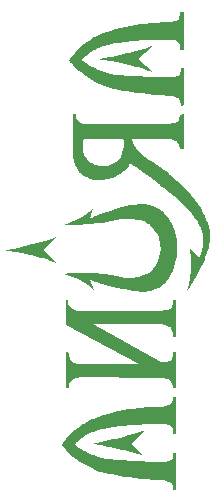
<source format=gbo>
G04*
G04 #@! TF.GenerationSoftware,Altium Limited,Altium Designer,24.0.1 (36)*
G04*
G04 Layer_Color=32896*
%FSLAX25Y25*%
%MOIN*%
G70*
G04*
G04 #@! TF.SameCoordinates,A26AD350-1B62-4F7C-A742-23546F987C93*
G04*
G04*
G04 #@! TF.FilePolarity,Positive*
G04*
G01*
G75*
G36*
X169515Y140931D02*
X170348Y140792D01*
X171042Y140653D01*
X171667Y140514D01*
X172084Y140375D01*
X172431Y140306D01*
X172501Y140236D01*
X173264Y139889D01*
X173959Y139472D01*
X174584Y139056D01*
X175070Y138708D01*
X175486Y138361D01*
X175764Y138084D01*
X175972Y137875D01*
X176042Y137806D01*
X177014Y136625D01*
X177431Y136000D01*
X177708Y135445D01*
X177986Y134959D01*
X178195Y134611D01*
X178333Y134334D01*
X178403Y134264D01*
X178958Y132737D01*
X179167Y132112D01*
X179375Y131487D01*
X179514Y131001D01*
X179583Y130653D01*
X179653Y130376D01*
Y130306D01*
X179861Y128917D01*
X179931Y128293D01*
Y127667D01*
X180000Y127251D01*
Y126557D01*
X179931Y125098D01*
X179861Y124404D01*
X179792Y123848D01*
Y123293D01*
X179722Y122946D01*
X179653Y122668D01*
Y122598D01*
X179306Y121140D01*
X179097Y120446D01*
X178889Y119821D01*
X178681Y119335D01*
X178542Y118918D01*
X178472Y118640D01*
X178403Y118571D01*
X178056Y117807D01*
X177639Y117113D01*
X177292Y116488D01*
X176945Y116002D01*
X176667Y115585D01*
X176389Y115238D01*
X176250Y115029D01*
X176181Y114960D01*
X175625Y114404D01*
X175070Y113918D01*
X174514Y113571D01*
X173959Y113224D01*
X173473Y112946D01*
X173056Y112738D01*
X172778Y112669D01*
X172709Y112599D01*
X171876Y112321D01*
X171042Y112113D01*
X170209Y111974D01*
X169445Y111905D01*
X168820Y111835D01*
X168334D01*
X167987D01*
X167848D01*
X166529Y111974D01*
X165209Y112113D01*
X163890Y112321D01*
X162640Y112599D01*
X161598Y112807D01*
X161112Y112877D01*
X160765Y112946D01*
X160418Y113016D01*
X160210Y113085D01*
X160071Y113155D01*
X160001D01*
X158474Y113502D01*
X157154Y113849D01*
X156113Y114127D01*
X155210Y114404D01*
X154585Y114543D01*
X154168Y114682D01*
X153891Y114821D01*
X153821D01*
X153196Y115029D01*
X152641Y115238D01*
X152155Y115377D01*
X151807Y115515D01*
X151460Y115654D01*
X151252Y115724D01*
X151113Y115793D01*
X151043D01*
X152293Y112460D01*
X151460Y113224D01*
X150627Y113918D01*
X150280Y114196D01*
X150002Y114404D01*
X149863Y114474D01*
X149794Y114543D01*
X148752Y115168D01*
X147919Y115585D01*
X147572Y115793D01*
X147363Y115932D01*
X147224Y116002D01*
X147155D01*
X146183Y116418D01*
X145349Y116696D01*
X145002Y116835D01*
X144725Y116974D01*
X144586Y117043D01*
X144516D01*
X144030Y117182D01*
X143613Y117321D01*
X143336Y117390D01*
X143058Y117460D01*
X142711Y117599D01*
X142641D01*
X142294Y117668D01*
X142086Y117738D01*
X142016Y117807D01*
X142433D01*
X144030Y118015D01*
X145627Y118154D01*
X148821Y118224D01*
X150349Y118154D01*
X151807Y118085D01*
X153127Y118015D01*
X154446Y117877D01*
X155627Y117738D01*
X156738Y117599D01*
X157640Y117390D01*
X158474Y117252D01*
X159099Y117182D01*
X159585Y117043D01*
X159862Y116974D01*
X160001D01*
X161251Y116765D01*
X162432Y116557D01*
X163473Y116488D01*
X164515D01*
X165487Y116557D01*
X166320Y116696D01*
X167154Y116835D01*
X167848Y117043D01*
X168473Y117252D01*
X169028Y117390D01*
X169515Y117599D01*
X169931Y117807D01*
X170209Y117946D01*
X170417Y118085D01*
X170556Y118224D01*
X170626D01*
X171320Y118779D01*
X171876Y119335D01*
X172362Y119960D01*
X172848Y120654D01*
X173542Y121973D01*
X173959Y123293D01*
X174237Y124473D01*
X174306Y125029D01*
X174375Y125445D01*
X174445Y125862D01*
Y126348D01*
X174375Y127320D01*
X174237Y128293D01*
X174098Y129126D01*
X173820Y129959D01*
X173195Y131348D01*
X172431Y132528D01*
X171667Y133362D01*
X171042Y134056D01*
X170765Y134264D01*
X170556Y134403D01*
X170487Y134542D01*
X170417D01*
X169653Y134959D01*
X168820Y135375D01*
X167917Y135653D01*
X167015Y135861D01*
X165209Y136070D01*
X163543Y136139D01*
X162709Y136070D01*
X162015D01*
X161321Y136000D01*
X160765Y135931D01*
X160279Y135861D01*
X159932Y135792D01*
X159723Y135723D01*
X159654D01*
X158057Y135375D01*
X156460Y135167D01*
X154932Y134889D01*
X153613Y134750D01*
X152432Y134611D01*
X151946Y134542D01*
X151530Y134473D01*
X151182D01*
X150974Y134403D01*
X150835D01*
X150766D01*
X149933Y134334D01*
X149169Y134264D01*
X147849Y134125D01*
X146808Y134056D01*
X145974Y133987D01*
X145349Y133917D01*
X144933D01*
X144655D01*
X144586D01*
X144030D01*
X143544D01*
X143127D01*
X142780D01*
X142502D01*
X142294D01*
X142225D01*
X142155D01*
X143961Y134681D01*
X145419Y135375D01*
X146183Y135723D01*
X146877Y136070D01*
X147433Y136417D01*
X147919Y136695D01*
X148196Y136834D01*
X148335Y136903D01*
X149238Y137459D01*
X150002Y137945D01*
X150627Y138431D01*
X151113Y138847D01*
X151530Y139264D01*
X151877Y139542D01*
X152016Y139681D01*
X152085Y139750D01*
X150835Y136209D01*
X150974Y136278D01*
X151252Y136417D01*
X151669Y136556D01*
X152085Y136764D01*
X152571Y136972D01*
X152918Y137181D01*
X153196Y137250D01*
X153335Y137320D01*
X154307Y137736D01*
X155418Y138084D01*
X156529Y138500D01*
X157571Y138847D01*
X158543Y139125D01*
X159307Y139403D01*
X159585Y139472D01*
X159793Y139542D01*
X159932Y139611D01*
X160001D01*
X161529Y140028D01*
X162918Y140306D01*
X164237Y140583D01*
X165348Y140722D01*
X166251Y140861D01*
X166945Y140931D01*
X167223Y141000D01*
X167431D01*
X167501D01*
X167570D01*
X168542D01*
X169515Y140931D01*
D02*
G37*
G36*
X135211Y125723D02*
X139864Y121349D01*
X138822Y121765D01*
X137642Y122182D01*
X136461Y122598D01*
X135350Y122946D01*
X134309Y123223D01*
X133475Y123432D01*
X133128Y123501D01*
X132920Y123571D01*
X132781Y123640D01*
X132711D01*
X131114Y123987D01*
X129725Y124334D01*
X128545Y124612D01*
X127642Y124751D01*
X126948Y124959D01*
X126462Y125029D01*
X126115Y125098D01*
X126045D01*
X125281Y125237D01*
X124656Y125307D01*
X124031Y125376D01*
X123545Y125445D01*
X123198Y125515D01*
X122851Y125584D01*
X122712D01*
X122643D01*
X125628Y126209D01*
X126809Y126487D01*
X128059Y126765D01*
X129239Y127043D01*
X130420Y127320D01*
X131392Y127598D01*
X132225Y127806D01*
X132503Y127876D01*
X132711Y127945D01*
X132850Y128015D01*
X132920D01*
X134447Y128431D01*
X135836Y128848D01*
X137017Y129195D01*
X138058Y129542D01*
X138822Y129820D01*
X139447Y130028D01*
X139794Y130167D01*
X139933Y130237D01*
X135211Y125723D01*
D02*
G37*
G36*
X179653Y96697D02*
X178750D01*
X178681Y97531D01*
X178542Y98225D01*
X178403Y98781D01*
X178264Y99197D01*
X178056Y99544D01*
X177917Y99753D01*
X177847Y99892D01*
X177778Y99961D01*
X177361Y100239D01*
X176875Y100516D01*
X175695Y100864D01*
X175139Y100933D01*
X174723Y101003D01*
X174445Y101072D01*
X174306D01*
X151807D01*
X174514Y88364D01*
X175417Y88434D01*
X176111Y88503D01*
X176736Y88573D01*
X177153Y88712D01*
X177500Y88781D01*
X177778Y88920D01*
X177847Y88989D01*
X177917D01*
X178195Y89267D01*
X178333Y89614D01*
X178611Y90517D01*
X178681Y90934D01*
X178750Y91281D01*
Y91628D01*
X179653D01*
Y79754D01*
X178611D01*
X178542Y80379D01*
X178403Y80934D01*
X178195Y81351D01*
X178056Y81768D01*
X177847Y82045D01*
X177639Y82254D01*
X177570Y82323D01*
X177500Y82393D01*
X177084Y82670D01*
X176528Y82879D01*
X175417Y83087D01*
X174931Y83157D01*
X174514Y83226D01*
X174167D01*
X174098D01*
X147710Y83295D01*
X147085Y83226D01*
X146530Y83157D01*
X146044Y83018D01*
X145627Y82879D01*
X145349Y82740D01*
X145141Y82601D01*
X145002Y82462D01*
X144933D01*
X144586Y82115D01*
X144308Y81698D01*
X143961Y80726D01*
X143822Y80309D01*
Y80032D01*
X143752Y79754D01*
Y79685D01*
X142780Y79823D01*
Y91837D01*
X143752Y91767D01*
X143822Y91073D01*
X143961Y90448D01*
X144099Y89892D01*
X144308Y89406D01*
X144586Y89059D01*
X144863Y88712D01*
X145488Y88226D01*
X146044Y87948D01*
X146599Y87809D01*
X146947Y87739D01*
X147016D01*
X147085D01*
X167362Y87670D01*
X142780Y100864D01*
Y108988D01*
X143613D01*
X143683Y108363D01*
X143752Y107877D01*
X144169Y107044D01*
X144725Y106419D01*
X145349Y105933D01*
X145974Y105655D01*
X146460Y105516D01*
X146877Y105447D01*
X146947D01*
X147016D01*
X174098D01*
X174931Y105516D01*
X175695Y105586D01*
X176320Y105725D01*
X176806Y105863D01*
X177153Y106002D01*
X177431Y106072D01*
X177570Y106211D01*
X177639D01*
X177986Y106558D01*
X178264Y106905D01*
X178403Y107391D01*
X178542Y107877D01*
X178611Y108294D01*
X178681Y108641D01*
Y108988D01*
X179653D01*
Y96697D01*
D02*
G37*
G36*
Y64408D02*
X178611D01*
Y64685D01*
X178542Y64963D01*
Y65449D01*
X178472Y65866D01*
Y66005D01*
X178195Y66630D01*
X177847Y67046D01*
X177570Y67324D01*
X177431Y67394D01*
X177014Y67532D01*
X176528Y67602D01*
X175417Y67671D01*
X174931Y67741D01*
X174514D01*
X174167D01*
X174098D01*
X172848D01*
X171459D01*
X170140Y67671D01*
X168820Y67602D01*
X167640Y67532D01*
X167154D01*
X166667D01*
X166320Y67463D01*
X166043D01*
X165904D01*
X165834D01*
X163959Y67324D01*
X162223Y67116D01*
X160696Y66977D01*
X159376Y66838D01*
X158335Y66699D01*
X157849Y66630D01*
X157501Y66560D01*
X157224D01*
X157015Y66491D01*
X156877D01*
X156807D01*
X155279Y66213D01*
X154654Y66074D01*
X154029Y65866D01*
X153543Y65727D01*
X153196Y65658D01*
X152918Y65519D01*
X152849D01*
X152155Y65241D01*
X151530Y65033D01*
X150974Y64824D01*
X150557Y64616D01*
X150210Y64408D01*
X149933Y64338D01*
X149794Y64199D01*
X149724D01*
X148891Y63644D01*
X148196Y63158D01*
X147919Y62949D01*
X147710Y62811D01*
X147572Y62741D01*
X147502Y62672D01*
X147155Y62394D01*
X146877Y62116D01*
X146460Y61769D01*
X146252Y61630D01*
X146183Y61561D01*
X145835Y61213D01*
X145697Y61075D01*
X146113Y60727D01*
X146460Y60450D01*
X146808Y60172D01*
X147155Y59894D01*
X147224Y59825D01*
X147294D01*
X147988Y59408D01*
X148613Y58991D01*
X148891Y58852D01*
X149099Y58714D01*
X149238Y58644D01*
X149308D01*
X150210Y58158D01*
X151182Y57741D01*
X151599Y57533D01*
X151946Y57464D01*
X152155Y57325D01*
X152224D01*
X153543Y56839D01*
X154099Y56700D01*
X154654Y56492D01*
X155140Y56353D01*
X155488Y56283D01*
X155765Y56214D01*
X155835D01*
X156252Y56144D01*
X156529Y56075D01*
X156807D01*
X156877D01*
X157987Y55936D01*
X159168Y55867D01*
X160487Y55728D01*
X161876Y55658D01*
X164723Y55450D01*
X167501Y55380D01*
X168820Y55311D01*
X170070Y55242D01*
X171181D01*
X172153D01*
X172987Y55172D01*
X173611D01*
X173959D01*
X174098D01*
X174653D01*
X175209D01*
X175695Y55242D01*
X176042D01*
X176320D01*
X176528Y55311D01*
X176667D01*
X176736D01*
X177292Y55450D01*
X177708Y55589D01*
X177986Y55797D01*
X178056Y55867D01*
X178333Y56144D01*
X178472Y56422D01*
X178611Y56630D01*
Y56700D01*
X178681Y57117D01*
Y58089D01*
X179653Y58158D01*
Y45798D01*
X178750Y45728D01*
X178681Y46353D01*
X178611Y46839D01*
X178472Y47256D01*
X178333Y47603D01*
X178195Y47811D01*
X178125Y48020D01*
X177986Y48089D01*
Y48159D01*
X177639Y48367D01*
X177222Y48575D01*
X176111Y48853D01*
X175625Y48923D01*
X175209D01*
X174931Y48992D01*
X174792D01*
X172292Y49131D01*
X170001Y49339D01*
X167848Y49547D01*
X165834Y49756D01*
X164029Y49964D01*
X162362Y50242D01*
X160835Y50450D01*
X159446Y50728D01*
X158265Y50936D01*
X157224Y51145D01*
X156390Y51353D01*
X155627Y51492D01*
X155071Y51631D01*
X154724Y51770D01*
X154446Y51839D01*
X154377D01*
X153404Y52186D01*
X152502Y52533D01*
X151669Y52950D01*
X150835Y53367D01*
X150210Y53714D01*
X149655Y53992D01*
X149377Y54200D01*
X149238Y54269D01*
X148127Y54894D01*
X147641Y55242D01*
X147224Y55519D01*
X146808Y55797D01*
X146530Y55936D01*
X146391Y56075D01*
X146322Y56144D01*
X145419Y56839D01*
X144725Y57394D01*
X144308Y57741D01*
X144169Y57811D01*
Y57880D01*
X143544Y58436D01*
X143058Y58991D01*
X142780Y59339D01*
X142641Y59408D01*
Y59477D01*
X142225Y59964D01*
X141947Y60311D01*
X141808Y60450D01*
X141739Y60519D01*
X141530Y60797D01*
X141461Y60866D01*
X141530D01*
X141739Y61213D01*
X141947Y61491D01*
X142086Y61769D01*
X142155Y61838D01*
X142502Y62325D01*
X142989Y62880D01*
X143405Y63297D01*
X143475Y63436D01*
X143544Y63505D01*
X144308Y64338D01*
X145072Y65102D01*
X145349Y65380D01*
X145627Y65588D01*
X145766Y65727D01*
X145835Y65797D01*
X146322Y66213D01*
X146877Y66560D01*
X147988Y67324D01*
X148474Y67602D01*
X148891Y67880D01*
X149169Y68019D01*
X149238Y68088D01*
X150835Y68921D01*
X151530Y69269D01*
X152224Y69546D01*
X152849Y69824D01*
X153266Y70032D01*
X153543Y70102D01*
X153682Y70171D01*
X153821D01*
X153891D01*
X155349Y70727D01*
X156946Y71213D01*
X160279Y71977D01*
X163612Y72602D01*
X165279Y72810D01*
X166876Y73018D01*
X168334Y73157D01*
X169723Y73296D01*
X170973Y73365D01*
X172084Y73435D01*
X172917Y73504D01*
X173611Y73574D01*
X174028D01*
X174098D01*
X174167D01*
X175070D01*
X175834Y73713D01*
X176389Y73782D01*
X176875Y73921D01*
X177292Y74060D01*
X177500Y74199D01*
X177639Y74268D01*
X177708Y74338D01*
X177986Y74685D01*
X178195Y75032D01*
X178472Y75865D01*
X178542Y76213D01*
X178611Y76560D01*
Y76837D01*
X179653D01*
Y64408D01*
D02*
G37*
G36*
X164515Y61213D02*
X169306Y56839D01*
X168265Y57255D01*
X167015Y57672D01*
X165834Y58089D01*
X164654Y58436D01*
X163543Y58714D01*
X163126Y58852D01*
X162709Y58922D01*
X162362Y58991D01*
X162154Y59061D01*
X162015Y59130D01*
X161946D01*
X160279Y59477D01*
X158890Y59825D01*
X157710Y60102D01*
X156738Y60241D01*
X156043Y60450D01*
X155557Y60519D01*
X155210Y60589D01*
X155140D01*
X154377Y60727D01*
X153682Y60797D01*
X153127Y60936D01*
X152571Y61005D01*
X152224Y61075D01*
X151877D01*
X151738Y61144D01*
X151669D01*
X154724Y61769D01*
X155904Y62047D01*
X157154Y62325D01*
X158404Y62602D01*
X159585Y62880D01*
X160626Y63088D01*
X161112Y63227D01*
X161460Y63297D01*
X161807Y63366D01*
X162015Y63436D01*
X162154Y63505D01*
X162223D01*
X163751Y63922D01*
X165209Y64338D01*
X166390Y64685D01*
X167431Y65033D01*
X168265Y65310D01*
X168890Y65519D01*
X169237Y65658D01*
X169376Y65727D01*
X164515Y61213D01*
D02*
G37*
G36*
X182112Y192570D02*
X181070D01*
Y192848D01*
X181001Y193126D01*
Y193612D01*
X180931Y194028D01*
Y194167D01*
X180653Y194792D01*
X180306Y195209D01*
X180028Y195487D01*
X179890Y195556D01*
X179473Y195695D01*
X178987Y195765D01*
X177876Y195834D01*
X177390Y195903D01*
X176973D01*
X176626D01*
X176557D01*
X175307D01*
X173918D01*
X172598Y195834D01*
X171279Y195765D01*
X170099Y195695D01*
X169613D01*
X169126D01*
X168779Y195626D01*
X168501D01*
X168363D01*
X168293D01*
X166418Y195487D01*
X164682Y195278D01*
X163155Y195140D01*
X161835Y195001D01*
X160794Y194862D01*
X160308Y194792D01*
X159960Y194723D01*
X159683D01*
X159474Y194653D01*
X159335D01*
X159266D01*
X157738Y194376D01*
X157113Y194237D01*
X156488Y194028D01*
X156002Y193890D01*
X155655Y193820D01*
X155377Y193681D01*
X155308D01*
X154613Y193403D01*
X153989Y193195D01*
X153433Y192987D01*
X153016Y192779D01*
X152669Y192570D01*
X152391Y192501D01*
X152252Y192362D01*
X152183D01*
X151350Y191806D01*
X150655Y191320D01*
X150378Y191112D01*
X150169Y190973D01*
X150030Y190904D01*
X149961Y190834D01*
X149614Y190557D01*
X149336Y190279D01*
X148919Y189931D01*
X148711Y189793D01*
X148642Y189723D01*
X148294Y189376D01*
X148155Y189237D01*
X148572Y188890D01*
X148919Y188612D01*
X149267Y188334D01*
X149614Y188057D01*
X149683Y187987D01*
X149753D01*
X150447Y187571D01*
X151072Y187154D01*
X151350Y187015D01*
X151558Y186876D01*
X151697Y186807D01*
X151766D01*
X152669Y186321D01*
X153641Y185904D01*
X154058Y185696D01*
X154405Y185626D01*
X154613Y185487D01*
X154683D01*
X156002Y185001D01*
X156558Y184862D01*
X157113Y184654D01*
X157599Y184515D01*
X157947Y184446D01*
X158224Y184376D01*
X158294D01*
X158710Y184307D01*
X158988Y184237D01*
X159266D01*
X159335D01*
X160446Y184099D01*
X161627Y184029D01*
X162946Y183890D01*
X164335Y183821D01*
X167182Y183613D01*
X169960Y183543D01*
X171279Y183474D01*
X172529Y183404D01*
X173640D01*
X174612D01*
X175445Y183335D01*
X176070D01*
X176418D01*
X176557D01*
X177112D01*
X177667D01*
X178154Y183404D01*
X178501D01*
X178779D01*
X178987Y183474D01*
X179126D01*
X179195D01*
X179751Y183613D01*
X180167Y183751D01*
X180445Y183960D01*
X180515Y184029D01*
X180792Y184307D01*
X180931Y184585D01*
X181070Y184793D01*
Y184862D01*
X181140Y185279D01*
Y186251D01*
X182112Y186321D01*
Y173960D01*
X181209Y173891D01*
X181140Y174516D01*
X181070Y175002D01*
X180931Y175419D01*
X180792Y175766D01*
X180653Y175974D01*
X180584Y176182D01*
X180445Y176252D01*
Y176321D01*
X180098Y176530D01*
X179681Y176738D01*
X178570Y177016D01*
X178084Y177085D01*
X177667D01*
X177390Y177155D01*
X177251D01*
X174751Y177293D01*
X172459Y177502D01*
X170307Y177710D01*
X168293Y177918D01*
X166488Y178127D01*
X164821Y178404D01*
X163293Y178613D01*
X161905Y178891D01*
X160724Y179099D01*
X159683Y179307D01*
X158849Y179516D01*
X158085Y179654D01*
X157530Y179793D01*
X157183Y179932D01*
X156905Y180002D01*
X156835D01*
X155863Y180349D01*
X154961Y180696D01*
X154127Y181113D01*
X153294Y181529D01*
X152669Y181877D01*
X152114Y182154D01*
X151836Y182363D01*
X151697Y182432D01*
X150586Y183057D01*
X150100Y183404D01*
X149683Y183682D01*
X149267Y183960D01*
X148989Y184099D01*
X148850Y184237D01*
X148781Y184307D01*
X147878Y185001D01*
X147183Y185557D01*
X146767Y185904D01*
X146628Y185973D01*
Y186043D01*
X146003Y186598D01*
X145517Y187154D01*
X145239Y187501D01*
X145100Y187571D01*
Y187640D01*
X144684Y188126D01*
X144406Y188473D01*
X144267Y188612D01*
X144197Y188682D01*
X143989Y188959D01*
X143920Y189029D01*
X143989D01*
X144197Y189376D01*
X144406Y189654D01*
X144545Y189931D01*
X144614Y190001D01*
X144961Y190487D01*
X145447Y191043D01*
X145864Y191459D01*
X145933Y191598D01*
X146003Y191667D01*
X146767Y192501D01*
X147531Y193265D01*
X147808Y193542D01*
X148086Y193751D01*
X148225Y193890D01*
X148294Y193959D01*
X148781Y194376D01*
X149336Y194723D01*
X150447Y195487D01*
X150933Y195765D01*
X151350Y196042D01*
X151628Y196181D01*
X151697Y196251D01*
X153294Y197084D01*
X153989Y197431D01*
X154683Y197709D01*
X155308Y197987D01*
X155725Y198195D01*
X156002Y198264D01*
X156141Y198334D01*
X156280D01*
X156349D01*
X157808Y198889D01*
X159405Y199375D01*
X162738Y200139D01*
X166071Y200764D01*
X167738Y200973D01*
X169335Y201181D01*
X170793Y201320D01*
X172182Y201459D01*
X173432Y201528D01*
X174543Y201597D01*
X175376Y201667D01*
X176070Y201736D01*
X176487D01*
X176557D01*
X176626D01*
X177529D01*
X178293Y201875D01*
X178848Y201945D01*
X179334Y202083D01*
X179751Y202222D01*
X179959Y202361D01*
X180098Y202431D01*
X180167Y202500D01*
X180445Y202847D01*
X180653Y203195D01*
X180931Y204028D01*
X181001Y204375D01*
X181070Y204722D01*
Y205000D01*
X182112D01*
Y192570D01*
D02*
G37*
G36*
X166974Y189376D02*
X171765Y185001D01*
X170723Y185418D01*
X169474Y185835D01*
X168293Y186251D01*
X167113Y186598D01*
X166002Y186876D01*
X165585Y187015D01*
X165168Y187084D01*
X164821Y187154D01*
X164613Y187223D01*
X164474Y187293D01*
X164404D01*
X162738Y187640D01*
X161349Y187987D01*
X160169Y188265D01*
X159196Y188404D01*
X158502Y188612D01*
X158016Y188682D01*
X157669Y188751D01*
X157599D01*
X156835Y188890D01*
X156141Y188959D01*
X155586Y189098D01*
X155030Y189168D01*
X154683Y189237D01*
X154336D01*
X154197Y189307D01*
X154127D01*
X157183Y189931D01*
X158363Y190209D01*
X159613Y190487D01*
X160863Y190765D01*
X162043Y191043D01*
X163085Y191251D01*
X163571Y191390D01*
X163918Y191459D01*
X164266Y191529D01*
X164474Y191598D01*
X164613Y191667D01*
X164682D01*
X166210Y192084D01*
X167668Y192501D01*
X168849Y192848D01*
X169890Y193195D01*
X170723Y193473D01*
X171349Y193681D01*
X171696Y193820D01*
X171835Y193890D01*
X166974Y189376D01*
D02*
G37*
G36*
X146281Y170419D02*
X146420Y169863D01*
X146558Y169377D01*
X146767Y169030D01*
X146906Y168822D01*
X147114Y168613D01*
X147183Y168475D01*
X147253D01*
X147669Y168266D01*
X148086Y168058D01*
X148989Y167850D01*
X149405Y167780D01*
X149753D01*
X149961D01*
X150030D01*
X176834D01*
X177667Y167850D01*
X178293Y167919D01*
X178848Y168058D01*
X179265Y168197D01*
X179612Y168266D01*
X179820Y168405D01*
X179890Y168475D01*
X179959D01*
X180237Y168683D01*
X180445Y169030D01*
X180723Y169863D01*
X180792Y170280D01*
Y170558D01*
X180862Y170835D01*
Y170905D01*
X182181Y170974D01*
X182112Y159378D01*
X180862D01*
X180792Y160003D01*
X180653Y160489D01*
X180515Y160975D01*
X180306Y161322D01*
X180098Y161600D01*
X179959Y161808D01*
X179890Y161878D01*
X179820Y161947D01*
X179403Y162225D01*
X178848Y162433D01*
X177737Y162711D01*
X177251Y162780D01*
X176834Y162850D01*
X176487D01*
X176418D01*
X174265D01*
X172182D01*
X170237D01*
X168501D01*
X167738D01*
X167043D01*
X166488D01*
X165932D01*
X165515D01*
X165238D01*
X165029D01*
X164960D01*
X165029Y162294D01*
X165168Y161739D01*
X165654Y160628D01*
X166279Y159656D01*
X167043Y158753D01*
X167807Y158059D01*
X168432Y157503D01*
X168710Y157295D01*
X168849Y157156D01*
X168988Y157017D01*
X169057D01*
X169265Y156878D01*
X169543Y156670D01*
X169890Y156392D01*
X170307Y156114D01*
X170723Y155836D01*
X171071Y155628D01*
X171349Y155489D01*
X171418Y155420D01*
X172182Y154934D01*
X172807Y154517D01*
X173362Y154101D01*
X173848Y153753D01*
X174196Y153545D01*
X174473Y153337D01*
X174612Y153267D01*
X174682Y153198D01*
X175168Y152851D01*
X175654Y152434D01*
X176765Y151601D01*
X177251Y151184D01*
X177598Y150906D01*
X177876Y150698D01*
X177945Y150628D01*
X179403Y149379D01*
X180028Y148823D01*
X180584Y148337D01*
X181070Y147920D01*
X181417Y147573D01*
X181626Y147365D01*
X181695Y147295D01*
X183292Y145629D01*
X184681Y144032D01*
X185931Y142435D01*
X186972Y140976D01*
X187875Y139587D01*
X188639Y138199D01*
X189264Y136949D01*
X189750Y135838D01*
X190167Y134727D01*
X190445Y133824D01*
X190653Y132991D01*
X190792Y132296D01*
X190931Y131810D01*
X191000Y131394D01*
Y130144D01*
X190931Y129241D01*
X190792Y128408D01*
X190653Y127644D01*
X190514Y126949D01*
X190445Y126394D01*
X190306Y126047D01*
Y125908D01*
X190028Y124866D01*
X189681Y123963D01*
X189403Y123061D01*
X189125Y122366D01*
X188847Y121811D01*
X188639Y121325D01*
X188570Y121047D01*
X188500Y120978D01*
X187667Y119380D01*
X187320Y118617D01*
X186903Y117992D01*
X186625Y117436D01*
X186347Y116950D01*
X186209Y116672D01*
X186139Y116603D01*
X185653Y115839D01*
X185306Y115145D01*
X184959Y114659D01*
X184681Y114242D01*
X184542Y113895D01*
X184403Y113686D01*
X184264Y113617D01*
Y113548D01*
X183917Y113061D01*
X183639Y112645D01*
X183501Y112436D01*
X183431Y112367D01*
X183848Y114172D01*
X183987Y115006D01*
X184125Y115700D01*
X184195Y116325D01*
X184264Y116811D01*
X184334Y117089D01*
Y117228D01*
X184473Y118061D01*
X184542Y118825D01*
X184611Y119519D01*
Y120075D01*
X184681Y120492D01*
Y122228D01*
X184611Y122714D01*
Y123477D01*
X184542Y123755D01*
Y124033D01*
X184473Y124450D01*
X184403Y124866D01*
Y125144D01*
X184334Y125422D01*
X184264Y125699D01*
Y125769D01*
X184195Y126047D01*
Y126255D01*
X184125Y126324D01*
Y126394D01*
X187111Y122991D01*
X187528Y123686D01*
X187806Y124450D01*
X188292Y125838D01*
X188570Y127227D01*
X188639Y128477D01*
Y130005D01*
X188570Y130352D01*
Y130699D01*
X188500Y130907D01*
Y131116D01*
X188222Y132088D01*
X187806Y133060D01*
X187389Y134032D01*
X186834Y134935D01*
X185723Y136741D01*
X184473Y138338D01*
X183917Y139032D01*
X183292Y139657D01*
X182806Y140213D01*
X182320Y140699D01*
X181973Y141046D01*
X181695Y141393D01*
X181487Y141532D01*
X181417Y141601D01*
X180237Y142643D01*
X178987Y143684D01*
X177737Y144726D01*
X176557Y145698D01*
X175515Y146531D01*
X175029Y146879D01*
X174682Y147226D01*
X174334Y147434D01*
X174126Y147643D01*
X173987Y147712D01*
X173918Y147781D01*
X172321Y148962D01*
X171001Y150004D01*
X169890Y150837D01*
X168988Y151462D01*
X168293Y151948D01*
X167807Y152295D01*
X167529Y152503D01*
X167460Y152573D01*
X166765Y153059D01*
X166210Y153475D01*
X165654Y153823D01*
X165238Y154101D01*
X164891Y154309D01*
X164613Y154517D01*
X164474Y154587D01*
X164404Y154656D01*
X164057Y154031D01*
X163779Y153614D01*
X163432Y153198D01*
X163155Y152920D01*
X163016Y152781D01*
X162391Y152156D01*
X161696Y151670D01*
X161488Y151462D01*
X161280Y151323D01*
X161141Y151184D01*
X161071D01*
X160169Y150628D01*
X159196Y150142D01*
X158780Y150004D01*
X158433Y149865D01*
X158224Y149795D01*
X158155D01*
X156766Y149448D01*
X156141Y149379D01*
X155516Y149240D01*
X155030D01*
X154613Y149170D01*
X154336D01*
X154266D01*
X152530Y149240D01*
X151072Y149517D01*
X149891Y150004D01*
X148919Y150490D01*
X148155Y150976D01*
X147600Y151392D01*
X147253Y151670D01*
X147183Y151809D01*
X146489Y152920D01*
X145933Y154170D01*
X145586Y155420D01*
X145308Y156670D01*
X145239Y157781D01*
X145170Y158267D01*
Y170974D01*
X146211Y171044D01*
X146281Y170419D01*
D02*
G37*
%LPC*%
G36*
X162043Y162850D02*
X159821D01*
X157669D01*
X155725D01*
X153919D01*
X153086D01*
X152391D01*
X151766D01*
X151211D01*
X150725D01*
X150447D01*
X150239D01*
X150169D01*
X149614D01*
X149197Y162780D01*
X148919D01*
X148850D01*
X148572Y161739D01*
X148433Y160697D01*
Y159725D01*
X148503Y159100D01*
X148642Y158545D01*
X148850Y157989D01*
X148989Y157572D01*
X149197Y157225D01*
X149336Y156878D01*
X149405Y156739D01*
X149475Y156670D01*
X149891Y156114D01*
X150378Y155559D01*
X150864Y155142D01*
X151419Y154795D01*
X151836Y154587D01*
X152252Y154378D01*
X152530Y154239D01*
X152600D01*
X153364Y154031D01*
X154127Y153892D01*
X154891Y153823D01*
X155516Y153753D01*
X156072Y153823D01*
X156488D01*
X156835Y153892D01*
X156905D01*
X157669Y154101D01*
X158363Y154378D01*
X158988Y154656D01*
X159474Y155003D01*
X159891Y155281D01*
X160169Y155559D01*
X160308Y155698D01*
X160377Y155767D01*
X160794Y156253D01*
X161141Y156809D01*
X161627Y157920D01*
X161974Y159100D01*
X162113Y160211D01*
Y162433D01*
X162043Y162642D01*
Y162850D01*
D02*
G37*
%LPD*%
M02*

</source>
